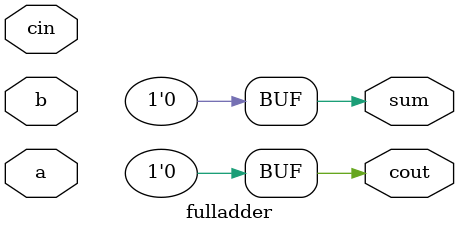
<source format=sv>
module fulladder(
    input logic a,b,cin,
    output logic sum,cout
);
    // TODO: Complete the code for a full adder (behavioral model!)
    assign sum = 0;  // FIXME!
    assign cout = 0; // FIXME!

    // ? Solutions below:
    // Solution 1:
    // assign sum = a ^ b ^ cin;
    // assign cout = (a & b) | (a & cin) | (b & cin);

    // Solution 2
    // assign {cout, sum} = a + b + cin;
endmodule

























    // !  Alert:  Complete the code for a full adder (behavioral model!)
    // ? Query
    // * Highlight
    // Boring

</source>
